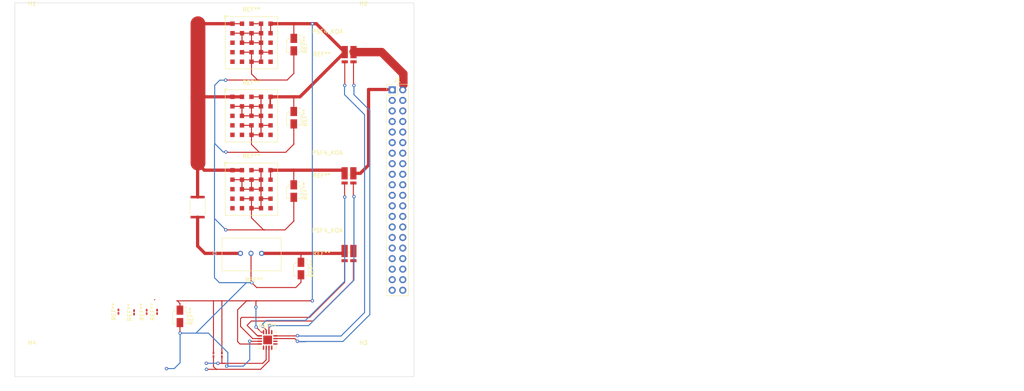
<source format=kicad_pcb>
(kicad_pcb (version 20211014) (generator pcbnew)
  (title_block (title "ColoradoCUBE C&DH") (date "2022-02-11") (rev "v01") (comment 1 "Author: Kate Nechaeva"))
  (layers (0 "F.Cu" signal) (31 "B.Cu" signal) (34 "B.Paste" user) (35 "F.Paste" user) (36 "B.SilkS" user "B.Silkscreen") (37 "F.SilkS" user "F.Silkscreen") (38 "B.Mask" user) (39 "F.Mask" user) (44 "Edge.Cuts" user))
  (net 0 "")
  (net 1 "GND")
  (net 2 "+5V")
  (net 3 "+3.3V")
  (net 4 "/CM4 GPIO/nRPIBOOT")
  (net 5 "/CM4 GPIO/GPIO15")
  (net 6 "/CM4 GPIO/GPIO14")
  (net 7 "/CM4 GPIO/GPIO2")
  (net 9 "/CM4 GPIO/GPIO3")
  (net 12 "Net-(J1-Pad13)")
  (net 13 "Net-(J1-Pad15)")
  (footprint "footprints:MINISMDC075F-2" (layer "F.Cu") (at 63.96 69.18 -90)
    (fp_text reference "ptc_fuse" hide)
    (fp_text value "FUS_MINISMDC075F_TYCO_TYC" hide)
    (pad "1" smd rect locked (at -2.413 0 270) (size 0.6096 3.4036) (layers "F.Cu" "F.Paste" "F.Mask"))
    (pad "2" smd rect locked (at 2.413 0 270) (size 0.6096 3.4036) (layers "F.Cu" "F.Paste" "F.Mask"))
  )
  (footprint "footprints2:PSF4NTEBL500F" (layer "F.Cu") (at 100.4059 32.4596 180)
    (fp_text reference "REF**" (at 6.5659 0.0796) (layer "F.SilkS"))
    (fp_text value "PSF4_KOA" (at 5.2259 5.5596) (layer "F.SilkS"))
    (fp_text user "*" (at 0 0) (layer "F.SilkS"))
    (pad "1" smd rect locked (at -1.0541 0.6096 180) (size 1.4986 2.9464) (layers "F.Cu" "F.Paste" "F.Mask"))
    (pad "2" smd rect locked (at -1.0541 -1.7272 180) (size 1.4986 0.7112) (layers "F.Cu" "F.Paste" "F.Mask"))
    (pad "3" smd rect locked (at 1.0541 -1.7272 180) (size 1.4986 0.7112) (layers "F.Cu" "F.Paste" "F.Mask"))
    (pad "4" smd rect locked (at 1.0541 0.6096 180) (size 1.4986 2.9464) (layers "F.Cu" "F.Paste" "F.Mask"))
  )
  (footprint "MountingHole:MountingHole_3mm" (layer "F.Cu") (at 24.15 105.85)
    (fp_text reference "H4" (at 0 -4) (layer "F.SilkS"))
    (fp_text value "3mm_Mounting_Hole")
    (pad "" np_thru_hole circle locked (at 0 0) (size 3 3) (drill 3) (layers *.Cu *.Mask))
  )
  (footprint "Capacitor_SMD:CP_Elec_3x5.3" (layer "F.Cu") (at 87.09 47.65 -90)
    (fp_text reference "REF**" (at 0 -2.7 90) (layer "F.SilkS"))
    (fp_text value "CP_Elec_3x5.3")
    (pad "1" smd rect (at -1.5 0 270) (size 2.2 1.6) (layers "F.Cu" "F.Paste" "F.Mask"))
    (pad "2" smd rect (at 1.5 0 270) (size 2.2 1.6) (layers "F.Cu" "F.Paste" "F.Mask"))
  )
  (footprint "Resistor_SMD:R_0201_0603Metric_Pad0.64x0.40mm_HandSolder" (layer "F.Cu") (at 44.92 94.36 90)
    (fp_text reference "REF**" (at 0 -1.05 90) (layer "F.SilkS"))
    (fp_text value "R_0201_0603Metric_Pad0.64x0.40mm_HandSolder")
    (pad "1" smd roundrect (at -0.4075 0 90) (size 0.635 0.4) (layers "F.Cu" "F.Mask"))
    (pad "2" smd roundrect (at 0.4075 0 90) (size 0.635 0.4) (layers "F.Cu" "F.Mask"))
  )
  (footprint "Connector_PinHeader_2.54mm:PinHeader_2x20_P2.54mm_Vertical" (layer "F.Cu") (at 110.77 40.945)
    (fp_text reference "J1" (at 1.27 -2.33) (layer "F.SilkS"))
    (fp_text value "THD-20-R")
    (pad "1" thru_hole rect locked (at 0 0) (size 1.7 1.7) (drill 1) (layers *.Cu *.Mask) (net 3 "+3.3V"))
    (pad "2" thru_hole oval locked (at 2.54 0) (size 1.7 1.7) (drill 1) (layers *.Cu *.Mask) (net 2 "+5V"))
    (pad "3" thru_hole oval locked (at 0 2.54) (size 1.7 1.7) (drill 1) (layers *.Cu *.Mask) (net 7 "/CM4 GPIO/GPIO2"))
    (pad "4" thru_hole oval locked (at 2.54 2.54) (size 1.7 1.7) (drill 1) (layers *.Cu *.Mask) (net 2 "+5V"))
    (pad "5" thru_hole oval locked (at 0 5.08) (size 1.7 1.7) (drill 1) (layers *.Cu *.Mask) (net 9 "/CM4 GPIO/GPIO3"))
    (pad "6" thru_hole oval locked (at 2.54 5.08) (size 1.7 1.7) (drill 1) (layers *.Cu *.Mask) (net 1 "GND"))
    (pad "7" thru_hole oval locked (at 0 7.62) (size 1.7 1.7) (drill 1) (layers *.Cu *.Mask))
    (pad "8" thru_hole oval locked (at 2.54 7.62) (size 1.7 1.7) (drill 1) (layers *.Cu *.Mask) (net 6 "/CM4 GPIO/GPIO14"))
    (pad "9" thru_hole oval locked (at 0 10.16) (size 1.7 1.7) (drill 1) (layers *.Cu *.Mask) (net 1 "GND"))
    (pad "10" thru_hole oval locked (at 2.54 10.16) (size 1.7 1.7) (drill 1) (layers *.Cu *.Mask) (net 5 "/CM4 GPIO/GPIO15"))
    (pad "11" thru_hole oval locked (at 0 12.7) (size 1.7 1.7) (drill 1) (layers *.Cu *.Mask))
    (pad "12" thru_hole oval locked (at 2.54 12.7) (size 1.7 1.7) (drill 1) (layers *.Cu *.Mask))
    (pad "13" thru_hole oval locked (at 0 15.24) (size 1.7 1.7) (drill 1) (layers *.Cu *.Mask) (net 12 "Net-(J1-Pad13)"))
    (pad "14" thru_hole oval locked (at 2.54 15.24) (size 1.7 1.7) (drill 1) (layers *.Cu *.Mask) (net 1 "GND"))
    (pad "15" thru_hole oval locked (at 0 17.78) (size 1.7 1.7) (drill 1) (layers *.Cu *.Mask) (net 13 "Net-(J1-Pad15)"))
    (pad "16" thru_hole oval locked (at 2.54 17.78) (size 1.7 1.7) (drill 1) (layers *.Cu *.Mask))
    (pad "17" thru_hole oval locked (at 0 20.32) (size 1.7 1.7) (drill 1) (layers *.Cu *.Mask) (net 3 "+3.3V"))
    (pad "18" thru_hole oval locked (at 2.54 20.32) (size 1.7 1.7) (drill 1) (layers *.Cu *.Mask))
    (pad "19" thru_hole oval locked (at 0 22.86) (size 1.7 1.7) (drill 1) (layers *.Cu *.Mask))
    (pad "20" thru_hole oval locked (at 2.54 22.86) (size 1.7 1.7) (drill 1) (layers *.Cu *.Mask) (net 1 "GND"))
    (pad "21" thru_hole oval locked (at 0 25.4) (size 1.7 1.7) (drill 1) (layers *.Cu *.Mask))
    (pad "22" thru_hole oval locked (at 2.54 25.4) (size 1.7 1.7) (drill 1) (layers *.Cu *.Mask))
    (pad "23" thru_hole oval locked (at 0 27.94) (size 1.7 1.7) (drill 1) (layers *.Cu *.Mask))
    (pad "24" thru_hole oval locked (at 2.54 27.94) (size 1.7 1.7) (drill 1) (layers *.Cu *.Mask))
    (pad "25" thru_hole oval locked (at 0 30.48) (size 1.7 1.7) (drill 1) (layers *.Cu *.Mask) (net 1 "GND"))
    (pad "26" thru_hole oval locked (at 2.54 30.48) (size 1.7 1.7) (drill 1) (layers *.Cu *.Mask))
    (pad "27" thru_hole oval locked (at 0 33.02) (size 1.7 1.7) (drill 1) (layers *.Cu *.Mask))
    (pad "28" thru_hole oval locked (at 2.54 33.02) (size 1.7 1.7) (drill 1) (layers *.Cu *.Mask))
    (pad "29" thru_hole oval locked (at 0 35.56) (size 1.7 1.7) (drill 1) (layers *.Cu *.Mask))
    (pad "30" thru_hole oval locked (at 2.54 35.56) (size 1.7 1.7) (drill 1) (layers *.Cu *.Mask) (net 1 "GND"))
    (pad "31" thru_hole oval locked (at 0 38.1) (size 1.7 1.7) (drill 1) (layers *.Cu *.Mask))
    (pad "32" thru_hole oval locked (at 2.54 38.1) (size 1.7 1.7) (drill 1) (layers *.Cu *.Mask))
    (pad "33" thru_hole oval locked (at 0 40.64) (size 1.7 1.7) (drill 1) (layers *.Cu *.Mask))
    (pad "34" thru_hole oval locked (at 2.54 40.64) (size 1.7 1.7) (drill 1) (layers *.Cu *.Mask) (net 1 "GND"))
    (pad "35" thru_hole oval locked (at 0 43.18) (size 1.7 1.7) (drill 1) (layers *.Cu *.Mask))
    (pad "36" thru_hole oval locked (at 2.54 43.18) (size 1.7 1.7) (drill 1) (layers *.Cu *.Mask))
    (pad "37" thru_hole oval locked (at 0 45.72) (size 1.7 1.7) (drill 1) (layers *.Cu *.Mask) (net 4 "/CM4 GPIO/nRPIBOOT"))
    (pad "38" thru_hole oval locked (at 2.54 45.72) (size 1.7 1.7) (drill 1) (layers *.Cu *.Mask))
    (pad "39" thru_hole oval locked (at 0 48.26) (size 1.7 1.7) (drill 1) (layers *.Cu *.Mask) (net 1 "GND"))
    (pad "40" thru_hole oval locked (at 2.54 48.26) (size 1.7 1.7) (drill 1) (layers *.Cu *.Mask))
  )
  (footprint "Resistor_SMD:R_0201_0603Metric_Pad0.64x0.40mm_HandSolder" (layer "F.Cu") (at 51.7 94.42 90)
    (fp_text reference "REF**" (at 0 -1.05 90) (layer "F.SilkS"))
    (fp_text value "R_0201_0603Metric_Pad0.64x0.40mm_HandSolder")
    (pad "1" smd roundrect (at -0.4075 0 90) (size 0.635 0.4) (layers "F.Cu" "F.Mask"))
    (pad "2" smd roundrect (at 0.4075 0 90) (size 0.635 0.4) (layers "F.Cu" "F.Mask"))
  )
  (footprint "Converter_DCDC:Converter_DCDC_RECOM_RPMx.x-x.0" (layer "F.Cu") (at 76.92 64.87)
    (fp_text reference "REF**" (at 0 -8) (layer "F.SilkS"))
    (fp_text value "Converter_DCDC_RECOM_RPMx.x-x.0")
    (pad "A1" smd rect (at -4.58 -4.58) (size 1.06 1.06) (layers "F.Cu" "F.Paste" "F.Mask"))
    (pad "A2" smd rect (at -2.29 -4.58) (size 1.06 1.06) (layers "F.Cu" "F.Paste" "F.Mask"))
    (pad "A3" smd rect (at 0 -4.58) (size 1.06 1.06) (layers "F.Cu" "F.Paste" "F.Mask"))
    (pad "A4" smd rect (at 2.29 -4.58) (size 1.06 1.06) (layers "F.Cu" "F.Paste" "F.Mask"))
    (pad "A5" smd rect (at 4.58 -4.58) (size 1.06 1.06) (layers "F.Cu" "F.Paste" "F.Mask"))
    (pad "B1" smd rect (at -4.58 -2.29) (size 1.06 1.06) (layers "F.Cu" "F.Paste" "F.Mask"))
    (pad "B2" smd rect (at -2.29 -2.29) (size 1.06 1.06) (layers "F.Cu" "F.Paste" "F.Mask"))
    (pad "B3" smd rect (at 0 -2.29) (size 1.06 1.06) (layers "F.Cu" "F.Paste" "F.Mask"))
    (pad "B4" smd rect (at 2.29 -2.29) (size 1.06 1.06) (layers "F.Cu" "F.Paste" "F.Mask"))
    (pad "B5" smd rect (at 4.58 -2.29) (size 1.06 1.06) (layers "F.Cu" "F.Paste" "F.Mask"))
    (pad "C1" smd rect (at -4.58 0) (size 1.06 1.06) (layers "F.Cu" "F.Paste" "F.Mask"))
    (pad "C2" smd rect (at -2.29 0) (size 1.06 1.06) (layers "F.Cu" "F.Paste" "F.Mask"))
    (pad "C3" smd rect (at 0 0) (size 1.06 1.06) (layers "F.Cu" "F.Paste" "F.Mask"))
    (pad "C4" smd rect (at 2.29 0) (size 1.06 1.06) (layers "F.Cu" "F.Paste" "F.Mask"))
    (pad "C5" smd rect (at 4.58 0) (size 1.06 1.06) (layers "F.Cu" "F.Paste" "F.Mask"))
    (pad "D1" smd rect (at -4.58 2.29) (size 1.06 1.06) (layers "F.Cu" "F.Paste" "F.Mask"))
    (pad "D2" smd rect (at -2.29 2.29) (size 1.06 1.06) (layers "F.Cu" "F.Paste" "F.Mask"))
    (pad "D3" smd rect (at 0 2.29) (size 1.06 1.06) (layers "F.Cu" "F.Paste" "F.Mask"))
    (pad "D4" smd rect (at 2.29 2.29) (size 1.06 1.06) (layers "F.Cu" "F.Paste" "F.Mask"))
    (pad "D5" smd rect (at 4.58 2.29) (size 1.06 1.06) (layers "F.Cu" "F.Paste" "F.Mask"))
    (pad "E1" smd rect (at -4.58 4.58) (size 1.06 1.06) (layers "F.Cu" "F.Paste" "F.Mask"))
    (pad "E2" smd rect (at -2.29 4.58) (size 1.06 1.06) (layers "F.Cu" "F.Paste" "F.Mask"))
    (pad "E3" smd rect (at 0 4.58) (size 1.06 1.06) (layers "F.Cu" "F.Paste" "F.Mask"))
    (pad "E4" smd rect (at 2.29 4.58) (size 1.06 1.06) (layers "F.Cu" "F.Paste" "F.Mask"))
    (pad "E5" smd rect (at 4.58 4.58) (size 1.06 1.06) (layers "F.Cu" "F.Paste" "F.Mask"))
  )
  (footprint "Resistor_SMD:R_0201_0603Metric_Pad0.64x0.40mm_HandSolder" (layer "F.Cu") (at 69.8 104.76 90)
    (fp_text reference "REF**" hide)
    (fp_text value "R_0201_0603Metric_Pad0.64x0.40mm_HandSolder" hide)
    (pad "1" smd roundrect (at -0.4075 0 90) (size 0.635 0.4) (layers "F.Cu" "F.Mask"))
    (pad "2" smd roundrect (at 0.4075 0 90) (size 0.635 0.4) (layers "F.Cu" "F.Mask"))
  )
  (footprint "Resistor_SMD:R_0201_0603Metric_Pad0.64x0.40mm_HandSolder" (layer "F.Cu") (at 54.22 94.41 90)
    (fp_text reference "REF**" (at 0 -1.05 90) (layer "F.SilkS"))
    (fp_text value "R_0201_0603Metric_Pad0.64x0.40mm_HandSolder")
    (pad "1" smd roundrect (at -0.4075 0 90) (size 0.635 0.4) (layers "F.Cu" "F.Mask"))
    (pad "2" smd roundrect (at 0.4075 0 90) (size 0.635 0.4) (layers "F.Cu" "F.Mask"))
  )
  (footprint "Resistor_SMD:R_0201_0603Metric_Pad0.64x0.40mm_HandSolder" (layer "F.Cu") (at 67.78 104.74 90)
    (fp_text reference "REF**" hide)
    (fp_text value "R_0201_0603Metric_Pad0.64x0.40mm_HandSolder" hide)
    (pad "1" smd roundrect (at -0.4075 0 90) (size 0.635 0.4) (layers "F.Cu" "F.Mask"))
    (pad "2" smd roundrect (at 0.4075 0 90) (size 0.635 0.4) (layers "F.Cu" "F.Mask"))
  )
  (footprint "Capacitor_SMD:CP_Elec_3x5.3" (layer "F.Cu") (at 87.09 65.32 -90)
    (fp_text reference "REF**" (at 0 -2.7 90) (layer "F.SilkS"))
    (fp_text value "CP_Elec_3x5.3")
    (pad "1" smd rect (at -1.5 0 270) (size 2.2 1.6) (layers "F.Cu" "F.Paste" "F.Mask"))
    (pad "2" smd rect (at 1.5 0 270) (size 2.2 1.6) (layers "F.Cu" "F.Paste" "F.Mask"))
  )
  (footprint "footprints2:PSF4NTEBL500F" (layer "F.Cu") (at 100.37 80.36 180)
    (fp_text reference "REF**" (at 6.5659 0.0796) (layer "F.SilkS"))
    (fp_text value "PSF4_KOA" (at 5.2259 5.5596) (layer "F.SilkS"))
    (fp_text user "*" (at 0 0) (layer "F.SilkS"))
    (pad "1" smd rect locked (at -1.0541 0.6096 180) (size 1.4986 2.9464) (layers "F.Cu" "F.Paste" "F.Mask"))
    (pad "2" smd rect locked (at -1.0541 -1.7272 180) (size 1.4986 0.7112) (layers "F.Cu" "F.Paste" "F.Mask"))
    (pad "3" smd rect locked (at 1.0541 -1.7272 180) (size 1.4986 0.7112) (layers "F.Cu" "F.Paste" "F.Mask"))
    (pad "4" smd rect locked (at 1.0541 0.6096 180) (size 1.4986 2.9464) (layers "F.Cu" "F.Paste" "F.Mask"))
  )
  (footprint "Capacitor_SMD:CP_Elec_3x5.3" (layer "F.Cu") (at 88.82 83.98 -90)
    (fp_text reference "REF**" (at 0 -2.7 90) (layer "F.SilkS"))
    (fp_text value "CP_Elec_3x5.3")
    (pad "1" smd rect (at -1.5 0 270) (size 2.2 1.6) (layers "F.Cu" "F.Paste" "F.Mask"))
    (pad "2" smd rect (at 1.5 0 270) (size 2.2 1.6) (layers "F.Cu" "F.Paste" "F.Mask"))
  )
  (footprint "Package_DFN_QFN:Texas_RGV_S-PVQFN-N16_EP2.1x2.1mm" (layer "F.Cu") (at 80.8 101.17)
    (fp_text reference "REF**" (at 0 -3.32) (layer "F.SilkS"))
    (fp_text value "Texas_RGV_S-PVQFN-N16_EP2.1x2.1mm" hide)
    (pad "1" smd roundrect (at -1.8625 -0.975) (size 1.025 0.35) (layers "F.Cu" "F.Paste" "F.Mask"))
    (pad "2" smd roundrect (at -1.8625 -0.325) (size 1.025 0.35) (layers "F.Cu" "F.Paste" "F.Mask"))
    (pad "3" smd roundrect (at -1.8625 0.325) (size 1.025 0.35) (layers "F.Cu" "F.Paste" "F.Mask"))
    (pad "4" smd roundrect (at -1.8625 0.975) (size 1.025 0.35) (layers "F.Cu" "F.Paste" "F.Mask"))
    (pad "5" smd roundrect (at -0.975 1.8625) (size 0.35 1.025) (layers "F.Cu" "F.Paste" "F.Mask"))
    (pad "6" smd roundrect (at -0.325 1.8625) (size 0.35 1.025) (layers "F.Cu" "F.Paste" "F.Mask"))
    (pad "7" smd roundrect (at 0.325 1.8625) (size 0.35 1.025) (layers "F.Cu" "F.Paste" "F.Mask"))
    (pad "8" smd roundrect (at 0.975 1.8625) (size 0.35 1.025) (layers "F.Cu" "F.Paste" "F.Mask"))
    (pad "9" smd roundrect (at 1.8625 0.975) (size 1.025 0.35) (layers "F.Cu" "F.Paste" "F.Mask"))
    (pad "10" smd roundrect (at 1.8625 0.325) (size 1.025 0.35) (layers "F.Cu" "F.Paste" "F.Mask"))
    (pad "11" smd roundrect (at 1.8625 -0.325) (size 1.025 0.35) (layers "F.Cu" "F.Paste" "F.Mask"))
    (pad "12" smd roundrect (at 1.8625 -0.975) (size 1.025 0.35) (layers "F.Cu" "F.Paste" "F.Mask"))
    (pad "13" smd roundrect (at 0.975 -1.8625) (size 0.35 1.025) (layers "F.Cu" "F.Paste" "F.Mask"))
    (pad "14" smd roundrect (at 0.325 -1.8625) (size 0.35 1.025) (layers "F.Cu" "F.Paste" "F.Mask"))
    (pad "15" smd roundrect (at -0.325 -1.8625) (size 0.35 1.025) (layers "F.Cu" "F.Paste" "F.Mask"))
    (pad "16" smd roundrect (at -0.975 -1.8625) (size 0.35 1.025) (layers "F.Cu" "F.Paste" "F.Mask"))
    (pad "17" smd rect (at 0 0) (size 2.1 2.1) (layers "F.Cu" "F.Mask"))
  )
  (footprint "MountingHole:MountingHole_3mm" (layer "F.Cu") (at 103.85 105.85)
    (fp_text reference "H3" (at 0 -4) (layer "F.SilkS"))
    (fp_text value "3mm_Mounting_Hole")
    (pad "" np_thru_hole circle locked (at 0 0) (size 3 3) (drill 3) (layers *.Cu *.Mask))
  )
  (footprint "Capacitor_SMD:CP_Elec_3x5.3" (layer "F.Cu") (at 87.1 30.04 -90)
    (fp_text reference "REF**" (at 0 -2.7 90) (layer "F.SilkS"))
    (fp_text value "CP_Elec_3x5.3")
    (pad "1" smd rect (at -1.5 0 270) (size 2.2 1.6) (layers "F.Cu" "F.Paste" "F.Mask"))
    (pad "2" smd rect (at 1.5 0 270) (size 2.2 1.6) (layers "F.Cu" "F.Paste" "F.Mask"))
  )
  (footprint "Converter_DCDC:Converter_DCDC_RECOM_RPMx.x-x.0" (layer "F.Cu") (at 76.93 29.59)
    (fp_text reference "REF**" (at 0 -8) (layer "F.SilkS"))
    (fp_text value "Converter_DCDC_RECOM_RPMx.x-x.0")
    (pad "A1" smd rect (at -4.58 -4.58) (size 1.06 1.06) (layers "F.Cu" "F.Paste" "F.Mask"))
    (pad "A2" smd rect (at -2.29 -4.58) (size 1.06 1.06) (layers "F.Cu" "F.Paste" "F.Mask"))
    (pad "A3" smd rect (at 0 -4.58) (size 1.06 1.06) (layers "F.Cu" "F.Paste" "F.Mask"))
    (pad "A4" smd rect (at 2.29 -4.58) (size 1.06 1.06) (layers "F.Cu" "F.Paste" "F.Mask"))
    (pad "A5" smd rect (at 4.58 -4.58) (size 1.06 1.06) (layers "F.Cu" "F.Paste" "F.Mask"))
    (pad "B1" smd rect (at -4.58 -2.29) (size 1.06 1.06) (layers "F.Cu" "F.Paste" "F.Mask"))
    (pad "B2" smd rect (at -2.29 -2.29) (size 1.06 1.06) (layers "F.Cu" "F.Paste" "F.Mask"))
    (pad "B3" smd rect (at 0 -2.29) (size 1.06 1.06) (layers "F.Cu" "F.Paste" "F.Mask"))
    (pad "B4" smd rect (at 2.29 -2.29) (size 1.06 1.06) (layers "F.Cu" "F.Paste" "F.Mask"))
    (pad "B5" smd rect (at 4.58 -2.29) (size 1.06 1.06) (layers "F.Cu" "F.Paste" "F.Mask"))
    (pad "C1" smd rect (at -4.58 0) (size 1.06 1.06) (layers "F.Cu" "F.Paste" "F.Mask"))
    (pad "C2" smd rect (at -2.29 0) (size 1.06 1.06) (layers "F.Cu" "F.Paste" "F.Mask"))
    (pad "C3" smd rect (at 0 0) (size 1.06 1.06) (layers "F.Cu" "F.Paste" "F.Mask"))
    (pad "C4" smd rect (at 2.29 0) (size 1.06 1.06) (layers "F.Cu" "F.Paste" "F.Mask"))
    (pad "C5" smd rect (at 4.58 0) (size 1.06 1.06) (layers "F.Cu" "F.Paste" "F.Mask"))
    (pad "D1" smd rect (at -4.58 2.29) (size 1.06 1.06) (layers "F.Cu" "F.Paste" "F.Mask"))
    (pad "D2" smd rect (at -2.29 2.29) (size 1.06 1.06) (layers "F.Cu" "F.Paste" "F.Mask"))
    (pad "D3" smd rect (at 0 2.29) (size 1.06 1.06) (layers "F.Cu" "F.Paste" "F.Mask"))
    (pad "D4" smd rect (at 2.29 2.29) (size 1.06 1.06) (layers "F.Cu" "F.Paste" "F.Mask"))
    (pad "D5" smd rect (at 4.58 2.29) (size 1.06 1.06) (layers "F.Cu" "F.Paste" "F.Mask"))
    (pad "E1" smd rect (at -4.58 4.58) (size 1.06 1.06) (layers "F.Cu" "F.Paste" "F.Mask"))
    (pad "E2" smd rect (at -2.29 4.58) (size 1.06 1.06) (layers "F.Cu" "F.Paste" "F.Mask"))
    (pad "E3" smd rect (at 0 4.58) (size 1.06 1.06) (layers "F.Cu" "F.Paste" "F.Mask"))
    (pad "E4" smd rect (at 2.29 4.58) (size 1.06 1.06) (layers "F.Cu" "F.Paste" "F.Mask"))
    (pad "E5" smd rect (at 4.58 4.58) (size 1.06 1.06) (layers "F.Cu" "F.Paste" "F.Mask"))
  )
  (footprint "Resistor_SMD:R_0201_0603Metric_Pad0.64x0.40mm_HandSolder" (layer "F.Cu") (at 48.68 94.53 90)
    (fp_text reference "REF**" (at 0 -1.05 90) (layer "F.SilkS"))
    (fp_text value "R_0201_0603Metric_Pad0.64x0.40mm_HandSolder")
    (pad "1" smd roundrect (at -0.4075 0 90) (size 0.635 0.4) (layers "F.Cu" "F.Mask"))
    (pad "2" smd roundrect (at 0.4075 0 90) (size 0.635 0.4) (layers "F.Cu" "F.Mask"))
  )
  (footprint "footprints1:TSR 2-0518" (layer "F.Cu") (at 74.27 80.32)
    (fp_text reference "REF**" (at 3.28 6.38) (layer "F.SilkS"))
    (fp_text value "TSR2-SINGLE_TRP" hide)
    (pad "1" thru_hole circle locked (at 0 0) (size 1.2192 1.2192) (drill 0.7112) (layers *.Cu *.Mask))
    (pad "2" thru_hole circle locked (at 2.54 0) (size 1.2192 1.2192) (drill 0.7112) (layers *.Cu *.Mask))
    (pad "3" thru_hole circle locked (at 5.08 0) (size 1.2192 1.2192) (drill 0.7112) (layers *.Cu *.Mask))
  )
  (footprint "Capacitor_SMD:CP_Elec_3x5.3" (layer "F.Cu") (at 59.71 95.5 -90)
    (fp_text reference "REF**" (at 0 -2.7 90) (layer "F.SilkS"))
    (fp_text value "CP_Elec_3x5.3" hide)
    (pad "1" smd rect (at -1.5 0 270) (size 2.2 1.6) (layers "F.Cu" "F.Paste" "F.Mask"))
    (pad "2" smd rect (at 1.5 0 270) (size 2.2 1.6) (layers "F.Cu" "F.Paste" "F.Mask"))
  )
  (footprint "Converter_DCDC:Converter_DCDC_RECOM_RPMx.x-x.0" (layer "F.Cu") (at 76.92 47.2)
    (fp_text reference "REF**" (at 0 -8) (layer "F.SilkS"))
    (fp_text value "Converter_DCDC_RECOM_RPMx.x-x.0")
    (pad "A1" smd rect (at -4.58 -4.58) (size 1.06 1.06) (layers "F.Cu" "F.Paste" "F.Mask"))
    (pad "A2" smd rect (at -2.29 -4.58) (size 1.06 1.06) (layers "F.Cu" "F.Paste" "F.Mask"))
    (pad "A3" smd rect (at 0 -4.58) (size 1.06 1.06) (layers "F.Cu" "F.Paste" "F.Mask"))
    (pad "A4" smd rect (at 2.29 -4.58) (size 1.06 1.06) (layers "F.Cu" "F.Paste" "F.Mask"))
    (pad "A5" smd rect (at 4.58 -4.58) (size 1.06 1.06) (layers "F.Cu" "F.Paste" "F.Mask"))
    (pad "B1" smd rect (at -4.58 -2.29) (size 1.06 1.06) (layers "F.Cu" "F.Paste" "F.Mask"))
    (pad "B2" smd rect (at -2.29 -2.29) (size 1.06 1.06) (layers "F.Cu" "F.Paste" "F.Mask"))
    (pad "B3" smd rect (at 0 -2.29) (size 1.06 1.06) (layers "F.Cu" "F.Paste" "F.Mask"))
    (pad "B4" smd rect (at 2.29 -2.29) (size 1.06 1.06) (layers "F.Cu" "F.Paste" "F.Mask"))
    (pad "B5" smd rect (at 4.58 -2.29) (size 1.06 1.06) (layers "F.Cu" "F.Paste" "F.Mask"))
    (pad "C1" smd rect (at -4.58 0) (size 1.06 1.06) (layers "F.Cu" "F.Paste" "F.Mask"))
    (pad "C2" smd rect (at -2.29 0) (size 1.06 1.06) (layers "F.Cu" "F.Paste" "F.Mask"))
    (pad "C3" smd rect (at 0 0) (size 1.06 1.06) (layers "F.Cu" "F.Paste" "F.Mask"))
    (pad "C4" smd rect (at 2.29 0) (size 1.06 1.06) (layers "F.Cu" "F.Paste" "F.Mask"))
    (pad "C5" smd rect (at 4.58 0) (size 1.06 1.06) (layers "F.Cu" "F.Paste" "F.Mask"))
    (pad "D1" smd rect (at -4.58 2.29) (size 1.06 1.06) (layers "F.Cu" "F.Paste" "F.Mask"))
    (pad "D2" smd rect (at -2.29 2.29) (size 1.06 1.06) (layers "F.Cu" "F.Paste" "F.Mask"))
    (pad "D3" smd rect (at 0 2.29) (size 1.06 1.06) (layers "F.Cu" "F.Paste" "F.Mask"))
    (pad "D4" smd rect (at 2.29 2.29) (size 1.06 1.06) (layers "F.Cu" "F.Paste" "F.Mask"))
    (pad "D5" smd rect (at 4.58 2.29) (size 1.06 1.06) (layers "F.Cu" "F.Paste" "F.Mask"))
    (pad "E1" smd rect (at -4.58 4.58) (size 1.06 1.06) (layers "F.Cu" "F.Paste" "F.Mask"))
    (pad "E2" smd rect (at -2.29 4.58) (size 1.06 1.06) (layers "F.Cu" "F.Paste" "F.Mask"))
    (pad "E3" smd rect (at 0 4.58) (size 1.06 1.06) (layers "F.Cu" "F.Paste" "F.Mask"))
    (pad "E4" smd rect (at 2.29 4.58) (size 1.06 1.06) (layers "F.Cu" "F.Paste" "F.Mask"))
    (pad "E5" smd rect (at 4.58 4.58) (size 1.06 1.06) (layers "F.Cu" "F.Paste" "F.Mask"))
  )
  (footprint "MountingHole:MountingHole_3mm" (layer "F.Cu") (at 103.85 24.15)
    (fp_text reference "H2" (at 0 -4) (layer "F.SilkS"))
    (fp_text value "3mm_Mounting_Hole")
    (pad "" np_thru_hole circle locked (at 0 0) (size 3 3) (drill 3) (layers *.Cu *.Mask))
  )
  (footprint "MountingHole:MountingHole_3mm" (layer "F.Cu") (at 24.15 24.15)
    (fp_text reference "H1" (at 0 -4) (layer "F.SilkS"))
    (fp_text value "3mm_Mounting_Hole")
    (pad "" np_thru_hole circle locked (at 0 0) (size 3 3) (drill 3) (layers F&B.Cu *.Mask))
  )
  (footprint "footprints2:PSF4NTEBL500F" (layer "F.Cu") (at 100.37 61.65 180)
    (fp_text reference "REF**" (at 6.5659 0.0796) (layer "F.SilkS"))
    (fp_text value "PSF4_KOA" (at 5.2259 5.5596) (layer "F.SilkS"))
    (fp_text user "*" (at 0 0) (layer "F.SilkS"))
    (pad "1" smd rect locked (at -1.0541 0.6096 180) (size 1.4986 2.9464) (layers "F.Cu" "F.Paste" "F.Mask"))
    (pad "2" smd rect locked (at -1.0541 -1.7272 180) (size 1.4986 0.7112) (layers "F.Cu" "F.Paste" "F.Mask"))
    (pad "3" smd rect locked (at 1.0541 -1.7272 180) (size 1.4986 0.7112) (layers "F.Cu" "F.Paste" "F.Mask"))
    (pad "4" smd rect locked (at 1.0541 0.6096 180) (size 1.4986 2.9464) (layers "F.Cu" "F.Paste" "F.Mask"))
  )
  (gr_rect (start 20 20) (end 116 110) (layer "Edge.Cuts") (width 0.1) (fill none))
  (segment (start 64.11 42.62) (end 64.05 42.56) (width 0.25) (layer "F.Cu") (net 0))
  (segment (start 84.98 74.67) (end 87.11 72.54) (width 0.25) (layer "F.Cu") (net 0))
  (segment (start 67.76 91.75) (end 59.07 91.75) (width 0.25) (layer "F.Cu") (net 0))
  (segment (start 79.21 64.87) (end 79.21 67.16) (width 0.25) (layer "F.Cu") (net 0))
  (segment (start 74.28 96.05) (end 74.28 97.92) (width 0.25) (layer "F.Cu") (net 0))
  (segment (start 79.21 51.78) (end 79.21 49.49) (width 0.25) (layer "F.Cu") (net 0))
  (segment (start 99.3159 87.3141) (end 90.89 95.74) (width 0.25) (layer "F.Cu") (net 0))
  (segment (start 67.78 91.77) (end 67.76 91.75) (width 0.25) (layer "F.Cu") (net 0))
  (segment (start 91.57 96.73) (end 91.52 96.78) (width 0.25) (layer "F.Cu") (net 0))
  (segment (start 76.81 80.32) (end 76.81 87.2) (width 0.25) (layer "F.Cu") (net 0))
  (segment (start 78.67 38.58) (end 70.73 38.58) (width 0.25) (layer "F.Cu") (net 0))
  (segment (start 76.93 34.17) (end 79.22 34.17) (width 0.25) (layer "F.Cu") (net 0))
  (segment (start 101.4241 66.7841) (end 101.47 66.83) (width 0.25) (layer "F.Cu") (net 0))
  (segment (start 80.45 103.0575) (end 80.45 105.97) (width 0.25) (layer "F.Cu") (net 0))
  (segment (start 81.51 27.3) (end 81.51 25.01) (width 0.25) (layer "F.Cu") (net 0))
  (segment (start 74.63 42.62) (end 72.34 42.62) (width 0.781437) (layer "F.Cu") (net 0))
  (segment (start 68.43 108.25) (end 67.78 107.6) (width 0.25) (layer "F.Cu") (net 0))
  (segment (start 81.125 106.215) (end 79.09 108.25) (width 0.25) (layer "F.Cu") (net 0))
  (segment (start 67.78 107.6) (end 67.78 105.1475) (width 0.25) (layer "F.Cu") (net 0))
  (segment (start 79.21 47.2) (end 79.21 49.49) (width 0.25) (layer "F.Cu") (net 0))
  (segment (start 81.125 99.3075) (end 81.125 97.935) (width 0.25) (layer "F.Cu") (net 0))
  (segment (start 98.7463 80.32) (end 99.3159 79.7504) (width 0.25) (layer "F.Cu") (net 0))
  (segment (start 76.9 96.61) (end 91.69 96.61) (width 0.25) (layer "F.Cu") (net 0))
  (segment (start 70.85 55.98) (end 70.77 55.9) (width 0.25) (layer "F.Cu") (net 0))
  (segment (start 78.8 55.98) (end 79.11 55.98) (width 0.25) (layer "F.Cu") (net 0))
  (segment (start 68.64 108.25) (end 68.43 108.25) (width 0.25) (layer "F.Cu") (net 0))
  (segment (start 68.87 106.81) (end 68.85 106.79) (width 0.25) (layer "F.Cu") (net 0))
  (segment (start 76.92 60.29) (end 79.21 60.29) (width 0.25) (layer "F.Cu") (net 0))
  (segment (start 68.64 108.25) (end 66.1 108.25) (width 0.25) (layer "F.Cu") (net 0))
  (segment (start 59.07 91.75) (end 58.94 91.75) (width 0.25) (layer "F.Cu") (net 0))
  (segment (start 74.28 97.92) (end 77.205 100.845) (width 0.25) (layer "F.Cu") (net 0))
  (segment (start 72.35 25.01) (end 64.05 25.01) (width 0.781437) (layer "F.Cu") (net 0))
  (segment (start 86.94 60.29) (end 98.5655 60.29) (width 0.781437) (layer "F.Cu") (net 0))
  (segment (start 101.47 66.83) (end 101.57 66.73) (width 0.25) (layer "F.Cu") (net 0))
  (segment (start 64.05 58.78) (end 64.05 58.59) (width 0.25) (layer "F.Cu") (net 0))
  (segment (start 92.5118 25.01) (end 99.3518 31.85) (width 0.781437) (layer "F.Cu") (net 0))
  (segment (start 76.92 69.45) (end 76.92 71.77) (width 0.25) (layer "F.Cu") (net 0))
  (segment (start 87.14 53.99) (end 87.09 53.94) (width 0.25) (layer "F.Cu") (net 0))
  (segment (start 88.82 80.33) (end 88.83 80.32) (width 0.25) (layer "F.Cu") (net 0))
  (segment (start 87.25 42.62) (end 88.5818 42.62) (width 0.781437) (layer "F.Cu") (net 0))
  (segment (start 88.82 87.3) (end 87.57 88.55) (width 0.25) (layer "F.Cu") (net 0))
  (segment (start 79.21 44.91) (end 79.21 42.62) (width 0.25) (layer "F.Cu") (net 0))
  (segment (start 59.71 97) (end 59.71 99.49) (width 0.25) (layer "F.Cu") (net 0))
  (segment (start 74.63 47.2) (end 74.63 44.91) (width 0.25) (layer "F.Cu") (net 0))
  (segment (start 88.5818 42.62) (end 99.3518 31.85) (width 0.781437) (layer "F.Cu") (net 0))
  (segment (start 79.22 29.59) (end 79.22 27.3) (width 0.25) (layer "F.Cu") (net 0))
  (segment (start 76.49 91.75) (end 75.75 91.75) (width 0.25) (layer "F.Cu") (net 0))
  (segment (start 81.125 97.935) (end 81.33 97.73) (width 0.25) (layer "F.Cu") (net 0))
  (segment (start 87.09 63.82) (end 87.09 60.44) (width 0.25) (layer "F.Cu") (net 0))
  (segment (start 78.16 88.55) (end 76.99 87.38) (width 0.25) (layer "F.Cu") (net 0))
  (segment (start 76.93 31.88) (end 76.93 34.17) (width 0.25) (layer "F.Cu") (net 0))
  (segment (start 72.35 27.3) (end 74.64 27.3) (width 0.25) (layer "F.Cu") (net 0))
  (segment (start 80.45 105.97) (end 79.61 106.81) (width 0.25) (layer "F.Cu") (net 0))
  (segment (start 76.92 54.1) (end 78.8 55.98) (width 0.25) (layer "F.Cu") (net 0))
  (segment (start 76.93 29.59) (end 76.93 27.3) (width 0.25) (layer "F.Cu") (net 0))
  (segment (start 101.4241 63.3772) (end 101.4241 66.7841) (width 0.25) (layer "F.Cu") (net 0))
  (segment (start 81.5 67.16) (end 79.21 67.16) (width 0.25) (layer "F.Cu") (net 0))
  (segment (start 77.205 100.845) (end 78.9375 100.845) (width 0.25) (layer "F.Cu") (net 0))
  (segment (start 85.5 38.58) (end 87.1 36.98) (width 0.25) (layer "F.Cu") (net 0))
  (segment (start 79.11 55.98) (end 70.85 55.98) (width 0.25) (layer "F.Cu") (net 0))
  (segment (start 101.46 34.1868) (end 101.46 39.77) (width 0.25) (layer "F.Cu") (net 0))
  (segment (start 82.6625 100.195) (end 87.935 100.195) (width 0.25) (layer "F.Cu") (net 0))
  (segment (start 87.09 72.52) (end 87.09 66.82) (width 0.25) (layer "F.Cu") (net 0))
  (segment (start 63.96 58.68) (end 64.05 58.59) (width 0.25) (layer "F.Cu") (net 0))
  (segment (start 75.92 97.59) (end 75.92 97.73) (width 0.25) (layer "F.Cu") (net 0))
  (segment (start 101.4241 82.0872) (end 101.4241 86.8759) (width 0.25) (layer "F.Cu") (net 0))
  (segment (start 79.22 29.59) (end 79.22 31.88) (width 0.25) (layer "F.Cu") (net 0))
  (segment (start 79.825 99.3075) (end 79.2775 99.3075) (width 0.25) (layer "F.Cu") (net 0))
  (segment (start 76.92 51.78) (end 79.21 51.78) (width 0.25) (layer "F.Cu") (net 0))
  (segment (start 69.8 91.81) (end 69.74 91.75) (width 0.25) (layer "F.Cu") (net 0))
  (segment (start 72.34 44.91) (end 74.63 44.91) (width 0.25) (layer "F.Cu") (net 0))
  (segment (start 81.51 25.01) (end 87.2 25.01) (width 0.781437) (layer "F.Cu") (net 0))
  (segment (start 88.83 80.32) (end 98.7463 80.32) (width 0.781437) (layer "F.Cu") (net 0))
  (segment (start 63.96 78.56) (end 63.96 71.593) (width 0.781437) (layer "F.Cu") (net 0))
  (segment (start 63.96 66.767) (end 63.96 58.68) (width 0.781437) (layer "F.Cu") (net 0))
  (segment (start 76.92 67.16) (end 76.92 69.45) (width 0.25) (layer "F.Cu") (net 0))
  (segment (start 81.5 62.58) (end 81.5 60.29) (width 0.25) (layer "F.Cu") (net 0))
  (segment (start 80.475 103.0325) (end 80.45 103.0575) (width 0.25) (layer "F.Cu") (net 0))
  (segment (start 74.64 29.59) (end 74.64 27.3) (width 0.25) (layer "F.Cu") (net 0))
  (segment (start 76.92 47.2) (end 76.92 44.91) (width 0.25) (layer "F.Cu") (net 0))
  (segment (start 82.6625 100.845) (end 87.325 100.845) (width 0.25) (layer "F.Cu") (net 0))
  (segment (start 78.385 100.195) (end 78.9375 100.195) (width 0.25) (layer "F.Cu") (net 0))
  (segment (start 74.64 25.01) (end 72.35 25.01) (width 0.25) (layer "F.Cu") (net 0))
  (segment (start 76.92 44.91) (end 79.21 44.91) (width 0.25) (layer "F.Cu") (net 0))
  (segment (start 76.24 101.52) (end 76.47 101.52) (width 0.25) (layer "F.Cu") (net 0))
  (segment (start 59.71 99.49) (end 59.75 99.53) (width 0.25) (layer "F.Cu") (net 0))
  (segment (start 87.935 100.195) (end 88 100.13) (width 0.25) (layer "F.Cu") (net 0))
  (segment (start 74.64 31.88) (end 76.93 31.88) (width 0.25) (layer "F.Cu") (net 0))
  (segment (start 53.61 91.5) (end 53.64 91.47) (width 0.25) (layer "F.Cu") (net 0))
  (segment (start 88.82 85.48) (end 88.82 87.3) (width 0.25) (layer "F.Cu") (net 0))
  (segment (start 99.3159 63.3772) (end 99.3159 66.7359) (width 0.25) (layer "F.Cu") (net 0))
  (segment (start 76.49 91.75) (end 69.74 91.75) (width 0.25) (layer "F.Cu") (net 0))
  (segment (start 79.21 47.2) (end 79.21 44.91) (width 0.25) (layer "F.Cu") (net 0))
  (segment (start 64.05 25.01) (end 63.98 24.94) (width 0.25) (layer "F.Cu") (net 0))
  (segment (start 74.63 47.2) (end 76.92 47.2) (width 0.25) (layer "F.Cu") (net 0))
  (segment (start 76.93 25.01) (end 79.22 25.01) (width 0.25) (layer "F.Cu") (net 0))
  (segment (start 74.64 27.3) (end 76.93 27.3) (width 0.25) (layer "F.Cu") (net 0))
  (segment (start 76.92 49.49) (end 76.92 51.78) (width 0.25) (layer "F.Cu") (net 0))
  (segment (start 81.5 49.49) (end 79.21 49.49) (width 0.25) (layer "F.Cu") (net 0))
  (segment (start 78.9375 101.495) (end 76.495 101.495) (width 0.25) (layer "F.Cu") (net 0))
  (segment (start 76.92 62.58) (end 79.21 62.58) (width 0.25) (layer "F.Cu") (net 0))
  (segment (start 70.52 106.81) (end 69.89 106.81) (width 0.25) (layer "F.Cu") (net 0))
  (segment (start 91.56 25.01) (end 92.5118 25.01) (width 0.781437) (layer "F.Cu") (net 0))
  (segment (start 72.34 60.29) (end 65.56 60.29) (width 0.781437) (layer "F.Cu") (net 0))
  (segment (start 81.125 103.0325) (end 81.125 106.215) (width 0.25) (layer "F.Cu") (net 0))
  (segment (start 76.92 64.87) (end 76.92 62.58) (width 0.25) (layer "F.Cu") (net 0))
  (segment (start 81.35 45.17) (end 81.35 42.88) (width 0.25) (layer "F.Cu") (net 0))
  (segment (start 79.61 106.81) (end 70.52 106.81) (width 0.25) (layer "F.Cu") (net 0))
  (segment (start 90.89 95.74) (end 74.59 95.74) (width 0.25) (layer "F.Cu") (net 0))
  (segment (start 101.4241 86.8759) (end 91.69 96.61) (width 0.25) (layer "F.Cu") (net 0))
  (segment (start 76.47 101.52) (end 76.495 101.495) (width 0.25) (layer "F.Cu") (net 0))
  (segment (start 70.75 74.67) (end 70.73 74.65) (width 0.25) (layer "F.Cu") (net 0))
  (segment (start 87.09 53.94) (end 87.09 49.15) (width 0.25) (layer "F.Cu") (net 0))
  (segment (start 76.93 27.3) (end 79.22 27.3) (width 0.25) (layer "F.Cu") (net 0))
  (segment (start 69.8 104.3525) (end 69.8 91.81) (width 0.25) (layer "F.Cu") (net 0))
  (segment (start 79.22 34.17) (end 79.22 31.88) (width 0.25) (layer "F.Cu") (net 0))
  (segment (start 91.56 91.75) (end 78.14 91.75) (width 0.25) (layer "F.Cu") (net 0))
  (segment (start 72.34 42.62) (end 64.11 42.62) (width 0.781437) (layer "F.Cu") (net 0))
  (segment (start 87.09 46.15) (end 87.09 42.78) (width 0.25) (layer "F.Cu") (net 0))
  (segment (start 76.92 69.45) (end 79.21 69.45) (width 0.25) (layer "F.Cu") (net 0))
  (segment (start 69.8 106.72) (end 69.8 105.1675) (width 0.25) (layer "F.Cu") (net 0))
  (segment (start 99.3518 39.8482) (end 99.33 39.87) (width 0.25) (layer "F.Cu") (net 0))
  (segment (start 78.39 38.58) (end 78.67 38.58) (width 0.25) (layer "F.Cu") (net 0))
  (segment (start 78.14 91.75) (end 76.49 91.75) (width 0.25) (layer "F.Cu") (net 0))
  (segment (start 79.21 62.58) (end 79.21 60.29) (width 0.25) (layer "F.Cu") (net 0))
  (segment (start 85.15 55.98) (end 87.14 53.99) (width 0.25) (layer "F.Cu") (net 0))
  (segment (start 87.2 25.01) (end 91.56 25.01) (width 0.781437) (layer "F.Cu") (net 0))
  (segment (start 79.82 74.67) (end 80.07 74.67) (width 0.25) (layer "F.Cu") (net 0))
  (segment (start 69.89 106.81) (end 69.8 106.72) (width 0.25) (layer "F.Cu") (net 0))
  (segment (start 74.63 60.29) (end 72.34 60.29) (width 0.781437) (layer "F.Cu") (net 0))
  (segment (start 74.59 95.74) (end 74.28 96.05) (width 0.25) (layer "F.Cu") (net 0))
  (segment (start 76.92 42.62) (end 79.21 42.62) (width 0.25) (layer "F.Cu") (net 0))
  (segment (start 59.71 94) (end 59.71 92.39) (width 0.25) (layer "F.Cu") (net 0))
  (segment (start 99.3518 34.1868) (end 99.3518 39.8482) (width 0.25) (layer "F.Cu") (net 0))
  (segment (start 75.92 97.73) (end 78.385 100.195) (width 0.25) (layer "F.Cu") (net 0))
  (segment (start 87.09 60.44) (end 86.94 60.29) (width 0.25) (layer "F.Cu") (net 0))
  (segment (start 64.05 42.56) (end 64.05 25.01) (width 3.55625) (layer "F.Cu") (net 0))
  (segment (start 87.11 72.54) (end 87.09 72.52) (width 0.25) (layer "F.Cu") (net 0))
  (segment (start 81.51 31.88) (end 79.22 31.88) (width 0.25) (layer "F.Cu") (net 0))
  (segment (start 74.63 67.16) (end 76.92 67.16) (width 0.25) (layer "F.Cu") (net 0))
  (segment (start 99.3159 66.7359) (end 99.34 66.76) (width 0.25) (layer "F.Cu") (net 0))
  (segment (start 78.67 38.58) (end 85.5 38.58) (width 0.25) (layer "F.Cu") (net 0))
  (segment (start 87.1 28.54) (end 87.1 25.11) (width 0.25) (layer "F.Cu") (net 0))
  (segment (start 81.5 44.91) (end 81.5 42.62) (width 0.25) (layer "F.Cu") (net 0))
  (segment (start 79.11 55.98) (end 85.15 55.98) (width 0.25) (layer "F.Cu") (net 0))
  (segment (start 73.58 101.58) (end 74.15 102.15) (width 0.25) (layer "F.Cu") (net 0))
  (segment (start 87.325 100.845) (end 87.97 101.49) (width 0.25) (layer "F.Cu") (net 0))
  (segment (start 80.07 74.67) (end 70.75 74.67) (width 0.25) (layer "F.Cu") (net 0))
  (segment (start 101.57 66.73) (end 101.57 66.65) (width 0.25) (layer "F.Cu") (net 0))
  (segment (start 64.05 58.59) (end 64.05 42.56) (width 3.55625) (layer "F.Cu") (net 0))
  (segment (start 70.52 106.81) (end 68.87 106.81) (width 0.25) (layer "F.Cu") (net 0))
  (segment (start 59.71 92.39) (end 59.07 91.75) (width 0.25) (layer "F.Cu") (net 0))
  (segment (start 74.63 62.58) (end 76.92 62.58) (width 0.25) (layer "F.Cu") (net 0))
  (segment (start 80.475 99.3075) (end 80.475 98.795) (width 0.25) (layer "F.Cu") (net 0))
  (segment (start 78.9325 102.15) (end 78.9375 102.145) (width 0.25) (layer "F.Cu") (net 0))
  (segment (start 73.58 93.92) (end 73.58 101.58) (width 0.25) (layer "F.Cu") (net 0))
  (segment (start 98.5655 60.29) (end 99.3159 61.0404) (width 0.25) (layer "F.Cu") (net 0))
  (segment (start 65.72 80.32) (end 63.96 78.56) (width 0.781437) (layer "F.Cu") (net 0))
  (segment (start 91.69 96.61) (end 91.57 96.73) (width 0.25) (layer "F.Cu") (net 0))
  (segment (start 74.63 49.49) (end 76.92 49.49) (width 0.25) (layer "F.Cu") (net 0))
  (segment (start 76.93 37.12) (end 78.39 38.58) (width 0.25) (layer "F.Cu") (net 0))
  (segment (start 101.46 39.77) (end 101.56 39.87) (width 0.25) (layer "F.Cu") (net 0))
  (segment (start 87.1 36.98) (end 87.1 31.54) (width 0.25) (layer "F.Cu") (net 0))
  (segment (start 77.99 91.9) (end 78.14 91.75) (width 0.25) (layer "F.Cu") (net 0))
  (segment (start 87.57 88.55) (end 78.16 88.55) (width 0.25) (layer "F.Cu") (net 0))
  (segment (start 74.63 64.87) (end 76.92 64.87) (width 0.25) (layer "F.Cu") (net 0))
  (segment (start 88.82 82.48) (end 88.82 80.33) (width 0.25) (layer "F.Cu") (net 0))
  (segment (start 74.15 102.15) (end 78.9325 102.15) (width 0.25) (layer "F.Cu") (net 0))
  (segment (start 81.5 42.62) (end 87.25 42.62) (width 0.781437) (layer "F.Cu") (net 0))
  (segment (start 70.73 38.58) (end 70.7 38.61) (width 0.25) (layer "F.Cu") (net 0))
  (segment (start 76.92 51.78) (end 76.92 54.1) (width 0.25) (layer "F.Cu") (net 0))
  (segment (start 67.78 104.3325) (end 67.78 91.77) (width 0.25) (layer "F.Cu") (net 0))
  (segment (start 79.2775 99.3075) (end 78.03 98.06) (width 0.25) (layer "F.Cu") (net 0))
  (segment (start 74.27 80.32) (end 65.72 80.32) (width 0.781437) (layer "F.Cu") (net 0))
  (segment (start 80.475 98.795) (end 79.58 97.9) (width 0.25) (layer "F.Cu") (net 0))
  (segment (start 76.92 47.2) (end 79.21 47.2) (width 0.25) (layer "F.Cu") (net 0))
  (segment (start 80.07 74.67) (end 84.98 74.67) (width 0.25) (layer "F.Cu") (net 0))
  (segment (start 79.22 27.3) (end 79.22 25.01) (width 0.25) (layer "F.Cu") (net 0))
  (segment (start 76.93 34.17) (end 76.93 37.12) (width 0.25) (layer "F.Cu") (net 0))
  (segment (start 74.64 29.59) (end 76.93 29.59) (width 0.25) (layer "F.Cu") (net 0))
  (segment (start 79.21 64.87) (end 79.21 62.58) (width 0.25) (layer "F.Cu") (net 0))
  (segment (start 81.5 60.29) (end 86.94 60.29) (width 0.781437) (layer "F.Cu") (net 0))
  (segment (start 79.35 80.32) (end 88.83 80.32) (width 0.781437) (layer "F.Cu") (net 0))
  (segment (start 76.93 29.59) (end 79.22 29.59) (width 0.25) (layer "F.Cu") (net 0))
  (segment (start 76.9 96.61) (end 75.92 97.59) (width 0.25) (layer "F.Cu") (net 0))
  (segment (start 69.74 91.75) (end 67.76 91.75) (width 0.25) (layer "F.Cu") (net 0))
  (segment (start 76.92 64.87) (end 79.21 64.87) (width 0.25) (layer "F.Cu") (net 0))
  (segment (start 65.56 60.29) (end 64.05 58.78) (width 0.781437) (layer "F.Cu") (net 0))
  (segment (start 74.63 44.91) (end 76.92 44.91) (width 0.25) (layer "F.Cu") (net 0))
  (segment (start 76.92 71.77) (end 79.82 74.67) (width 0.25) (layer "F.Cu") (net 0))
  (segment (start 77.99 93.27) (end 77.99 91.9) (width 0.25) (layer "F.Cu") (net 0))
  (segment (start 87.1 25.11) (end 87.2 25.01) (width 0.25) (layer "F.Cu") (net 0))
  (segment (start 79.09 108.25) (end 68.64 108.25) (width 0.25) (layer "F.Cu") (net 0))
  (segment (start 79.21 69.45) (end 79.21 67.16) (width 0.25) (layer "F.Cu") (net 0))
  (segment (start 75.75 91.75) (end 73.58 93.92) (width 0.25) (layer "F.Cu") (net 0))
  (segment (start 74.63 64.87) (end 74.63 62.58) (width 0.25) (layer "F.Cu") (net 0))
  (segment (start 87.09 42.78) (end 87.25 42.62) (width 0.25) (layer "F.Cu") (net 0))
  (segment (start 72.34 62.58) (end 74.63 62.58) (width 0.25) (layer "F.Cu") (net 0))
  (segment (start 99.3159 82.0872) (end 99.3159 87.3141) (width 0.25) (layer "F.Cu") (net 0))
  (segment (start 76.81 87.2) (end 76.99 87.38) (width 0.25) (layer "F.Cu") (net 0))
  (via (at 76.495 101.495) (size 0.8) (drill 0.4) (layers "F.Cu" "B.Cu") (net 0))
  (via (at 101.57 66.65) (size 0.8) (drill 0.4) (layers "F.Cu" "B.Cu") (net 0))
  (via (at 79.58 97.9) (size 0.8) (drill 0.4) (layers "F.Cu" "B.Cu") (net 0))
  (via (at 77.99 93.27) (size 0.8) (drill 0.4) (layers "F.Cu" "B.Cu") (net 0))
  (via (at 99.34 66.76) (size 0.8) (drill 0.4) (layers "F.Cu" "B.Cu") (net 0))
  (via (at 70.7 38.61) (size 0.8) (drill 0.4) (layers "F.Cu" "B.Cu") (net 0))
  (via (at 81.33 97.73) (size 0.8) (drill 0.4) (layers "F.Cu" "B.Cu") (net 0))
  (via (at 76.99 87.38) (size 0.8) (drill 0.4) (layers "F.Cu" "B.Cu") (net 0))
  (via (at 66.06 106.81) (size 0.8) (drill 0.4) (layers "F.Cu" "B.Cu") (net 0))
  (via (at 68.85 106.79) (size 0.8) (drill 0.4) (layers "F.Cu" "B.Cu") (net 0))
  (via (at 70.94 107.49) (size 0.8) (drill 0.4) (layers "F.Cu" "B.Cu") (net 0))
  (via (at 88 100.13) (size 0.8) (drill 0.4) (layers "F.Cu" "B.Cu") (net 0))
  (via (at 99.33 39.87) (size 0.8) (drill 0.4) (layers "F.Cu" "B.Cu") (net 0))
  (via (at 66.1 108.25) (size 0.8) (drill 0.4) (layers "F.Cu" "B.Cu") (net 0))
  (via (at 70.73 74.65) (size 0.8) (drill 0.4) (layers "F.Cu" "B.Cu") (net 0))
  (via (at 91.56 25.01) (size 0.8) (drill 0.4) (layers "F.Cu" "B.Cu") (net 0))
  (via (at 87.97 101.49) (size 0.8) (drill 0.4) (layers "F.Cu" "B.Cu") (net 0))
  (via (at 101.56 39.87) (size 0.8) (drill 0.4) (layers "F.Cu" "B.Cu") (net 0))
  (via (at 59.75 99.53) (size 0.8) (drill 0.4) (layers "F.Cu" "B.Cu") (net 0))
  (via (at 78.03 98.06) (size 0.8) (drill 0.4) (layers "F.Cu" "B.Cu") (net 0))
  (via (at 70.77 55.9) (size 0.8) (drill 0.4) (layers "F.Cu" "B.Cu") (net 0))
  (via (at 56.48 108.07) (size 0.8) (drill 0.4) (layers "F.Cu" "B.Cu") (net 0))
  (via (at 91.56 91.75) (size 0.8) (drill 0.4) (layers "F.Cu" "B.Cu") (net 0))
  (segment (start 68.85 106.79) (end 66.08 106.79) (width 0.25) (layer "B.Cu") (net 0))
  (segment (start 99.3 42.1) (end 99.3 39.9) (width 0.25) (layer "B.Cu") (net 0))
  (segment (start 101.57 66.65) (end 101.57 86.8) (width 0.25) (layer "B.Cu") (net 0))
  (segment (start 99.34 66.76) (end 99.34 87.04) (width 0.25) (layer "B.Cu") (net 0))
  (segment (start 89.91 96.47) (end 80.46 96.47) (width 0.25) (layer "B.Cu") (net 0))
  (segment (start 90.03 100.23) (end 89.99 100.27) (width 0.25) (layer "B.Cu") (net 0))
  (segment (start 76.495 101.495) (end 76.495 105.945) (width 0.25) (layer "B.Cu") (net 0))
  (segment (start 90.03 100.23) (end 98.45 100.23) (width 0.25) (layer "B.Cu") (net 0))
  (segment (start 76.99 87.38) (end 75.7 87.38) (width 0.25) (layer "B.Cu") (net 0))
  (segment (start 59.75 106.66) (end 58.53 107.88) (width 0.25) (layer "B.Cu") (net 0))
  (segment (start 68.07 39.83) (end 68.07 53.87) (width 0.25) (layer "B.Cu") (net 0))
  (segment (start 69.29 38.61) (end 68.07 39.83) (width 0.25) (layer "B.Cu") (net 0))
  (segment (start 105.38 45.91) (end 101.56 42.09) (width 0.25) (layer "B.Cu") (net 0))
  (segment (start 68.07 53.87) (end 68.19 53.99) (width 0.25) (layer "B.Cu") (net 0))
  (segment (start 87.97 101.49) (end 88.08 101.6) (width 0.25) (layer "B.Cu") (net 0))
  (segment (start 70.7 38.61) (end 69.29 38.61) (width 0.25) (layer "B.Cu") (net 0))
  (segment (start 76.99 87.38) (end 69.2 87.38) (width 0.25) (layer "B.Cu") (net 0))
  (segment (start 80.46 96.47) (end 79.58 97.35) (width 0.25) (layer "B.Cu") (net 0))
  (segment (start 77.99 98.02) (end 77.99 93.27) (width 0.25) (layer "B.Cu") (net 0))
  (segment (start 58.53 107.88) (end 58.34 108.07) (width 0.25) (layer "B.Cu") (net 0))
  (segment (start 68.02 71.94) (end 68.02 71.57) (width 0.25) (layer "B.Cu") (net 0))
  (segment (start 68.19 53.99) (end 70.1 55.9) (width 0.25) (layer "B.Cu") (net 0))
  (segment (start 63.55 99.53) (end 66.55 99.53) (width 0.25) (layer "B.Cu") (net 0))
  (segment (start 59.75 99.53) (end 63.55 99.53) (width 0.25) (layer "B.Cu") (net 0))
  (segment (start 74.95 107.49) (end 70.94 107.49) (width 0.25) (layer "B.Cu") (net 0))
  (segment (start 101.56 42.09) (end 101.56 39.87) (width 0.25) (layer "B.Cu") (net 0))
  (segment (start 76.495 105.945) (end 74.95 107.49) (width 0.25) (layer "B.Cu") (net 0))
  (segment (start 68.02 71.57) (end 68.02 54.16) (width 0.25) (layer "B.Cu") (net 0))
  (segment (start 90.64 97.73) (end 81.33 97.73) (width 0.25) (layer "B.Cu") (net 0))
  (segment (start 66.55 99.53) (end 71.22 104.2) (width 0.25) (layer "B.Cu") (net 0))
  (segment (start 66.08 106.79) (end 66.06 106.81) (width 0.25) (layer "B.Cu") (net 0))
  (segment (start 98.45 100.23) (end 104.12 94.56) (width 0.25) (layer "B.Cu") (net 0))
  (segment (start 87.97 101.49) (end 88.02 101.54) (width 0.25) (layer "B.Cu") (net 0))
  (segment (start 99.34 87.04) (end 89.91 96.47) (width 0.25) (layer "B.Cu") (net 0))
  (segment (start 79.58 97.35) (end 79.58 97.9) (width 0.25) (layer "B.Cu") (net 0))
  (segment (start 88.1 100.23) (end 88 100.13) (width 0.25) (layer "B.Cu") (net 0))
  (segment (start 91.56 25.01) (end 91.56 91.75) (width 0.25) (layer "B.Cu") (net 0))
  (segment (start 78.03 98.06) (end 77.99 98.02) (width 0.25) (layer "B.Cu") (net 0))
  (segment (start 68.02 86.2) (end 68.02 71.57) (width 0.25) (layer "B.Cu") (net 0))
  (segment (start 69.2 87.38) (end 68.02 86.2) (width 0.25) (layer "B.Cu") (net 0))
  (segment (start 105.38 95.08) (end 105.38 45.91) (width 0.25) (layer "B.Cu") (net 0))
  (segment (start 99.3 39.9) (end 99.33 39.87) (width 0.25) (layer "B.Cu") (net 0))
  (segment (start 104.12 94.56) (end 104.12 46.92) (width 0.25) (layer "B.Cu") (net 0))
  (segment (start 70.73 74.65) (end 68.02 71.94) (width 0.25) (layer "B.Cu") (net 0))
  (segment (start 90.03 100.23) (end 88.1 100.23) (width 0.25) (layer "B.Cu") (net 0))
  (segment (start 104.12 46.92) (end 99.3 42.1) (width 0.25) (layer "B.Cu") (net 0))
  (segment (start 71.22 104.2) (end 71.22 107.21) (width 0.25) (layer "B.Cu") (net 0))
  (segment (start 88.08 101.6) (end 89.96 101.6) (width 0.25) (layer "B.Cu") (net 0))
  (segment (start 91.56 91.83) (end 91.46 91.93) (width 0.25) (layer "B.Cu") (net 0))
  (segment (start 70.1 55.9) (end 70.77 55.9) (width 0.25) (layer "B.Cu") (net 0))
  (segment (start 58.34 108.07) (end 56.48 108.07) (width 0.25) (layer "B.Cu") (net 0))
  (segment (start 71.22 107.21) (end 70.94 107.49) (width 0.25) (layer "B.Cu") (net 0))
  (segment (start 98.92 101.54) (end 105.38 95.08) (width 0.25) (layer "B.Cu") (net 0))
  (segment (start 59.75 99.53) (end 59.75 106.66) (width 0.25) (layer "B.Cu") (net 0))
  (segment (start 101.57 86.8) (end 90.64 97.73) (width 0.25) (layer "B.Cu") (net 0))
  (segment (start 91.56 91.83) (end 91.56 91.75) (width 0.25) (layer "B.Cu") (net 0))
  (segment (start 68.02 54.16) (end 68.19 53.99) (width 0.25) (layer "B.Cu") (net 0))
  (segment (start 75.7 87.38) (end 63.55 99.53) (width 0.25) (layer "B.Cu") (net 0))
  (segment (start 88.02 101.54) (end 98.92 101.54) (width 0.25) (layer "B.Cu") (net 0))
  (segment (start 113.45 39.7) (end 113.379511 39.770489) (width 0.25) (layer "F.Cu") (net 2))
  (segment (start 113.31 40.945) (end 113.31 41.1) (width 0.25) (layer "F.Cu") (net 2))
  (segment (start 113.31 41.1) (end 113.55 41.34) (width 0.25) (layer "F.Cu") (net 2))
  (segment (start 108.21 31.85) (end 113.45 37.09) (width 2.03286) (layer "F.Cu") (net 2))
  (segment (start 113.45 37.09) (end 113.45 39.7) (width 2.03286) (layer "F.Cu") (net 2))
  (segment (start 101.46 31.85) (end 108.21 31.85) (width 2.03286) (layer "F.Cu") (net 2))
  (segment (start 113.379511 39.770489) (end 113.31 39.770489) (width 0.25) (layer "F.Cu") (net 2))
  (segment (start 103.0996 61.0404) (end 105.08 59.06) (width 0.781437) (layer "F.Cu") (net 3))
  (segment (start 105.08 40.85) (end 109.595489 40.85) (width 0.781437) (layer "F.Cu") (net 3))
  (segment (start 101.4241 61.0404) (end 103.0996 61.0404) (width 0.781437) (layer "F.Cu") (net 3))
  (segment (start 105.08 59.06) (end 105.08 40.85) (width 0.781437) (layer "F.Cu") (net 3))
  (segment (start 109.595489 40.85) (end 109.595489 40.945) (width 0.25) (layer "F.Cu") (net 3))
)
</source>
